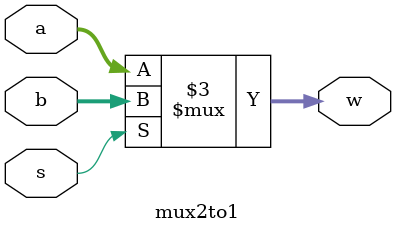
<source format=v>
module register (clk,pin,en,rst,pout);
    
    parameter N = 25;
    input clk;
    input en;
    input rst;
    input [N-1:0]pin;
    output reg [N-1:0]pout;

    always @(posedge clk) begin
        if(rst) pout <= 0;
        else if(en) pout <= pin;
    end

endmodule

module counter (clk,pin,select,ld,rst,en,pout,co);
    
    parameter N = 8;
    input clk;
    input ld;
    input en;
    input select;
    input rst;
    input [N-1:0]pin;
    output co;
    output reg [N-1:0]pout;

    always @(posedge clk) begin
        if(rst) pout <= 7'b0111110;
        else if(ld) pout <= pin;
        else begin
            if(en)begin
                if(select == 1) pout <= pout + 1;
                if(select == 0) pout <= pout - 1;
            end
        end
    end

    assign co = (select == 1) ? &{pout} : &{~pout};

endmodule

module write_to_file ( output_file_name, en, line);

    // input string output_file_name;
    input [13*8-1:0] output_file_name; // Can store 13 characters
    input en;
    input [24:0] line;

    integer f;
    integer i;

    always @(en) begin
        if (en) begin
            f = $fopen("output_00.txt","a");
            for (i = 0; i<25; i=i+1)
                $fwrite(f,"%b",line[24 - i]);
            $fwrite(f,"\n");
            $fclose(f);  

        end
    end 

endmodule

module mux2to1 (a,b,s,w);

    parameter N = 25;
    input [N-1:0]a;
    input [N-1:0]b;
    input s;
    output [N-1:0]w;

    assign w = (s==1'b0) ? a : b; 
    
endmodule



</source>
